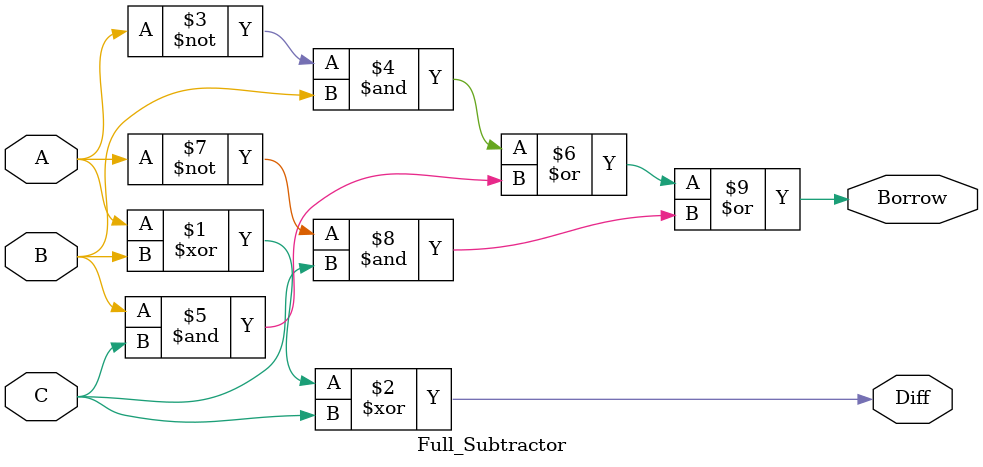
<source format=v>
`timescale 1ns / 1ps


module Full_Subtractor(
    input A,
    input B,
    input C,
    output Diff,
    output Borrow
    );
     assign Diff = A ^ B ^ C;
    assign Borrow = (~A&B) | (B&C) | (~A&C);
endmodule

</source>
